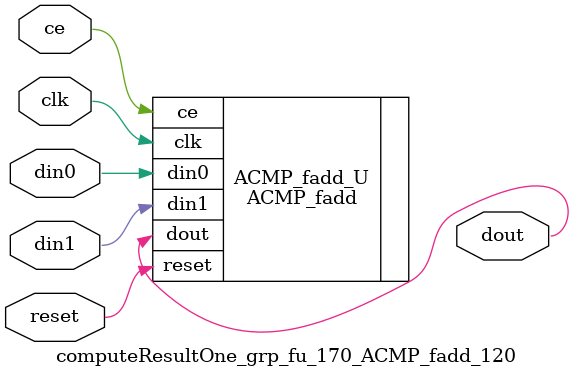
<source format=v>

`timescale 1 ns / 1 ps
module computeResultOne_grp_fu_170_ACMP_fadd_120(
    clk,
    reset,
    ce,
    din0,
    din1,
    dout);

parameter ID = 32'd1;
parameter NUM_STAGE = 32'd1;
parameter din0_WIDTH = 32'd1;
parameter din1_WIDTH = 32'd1;
parameter dout_WIDTH = 32'd1;
input clk;
input reset;
input ce;
input[din0_WIDTH - 1:0] din0;
input[din1_WIDTH - 1:0] din1;
output[dout_WIDTH - 1:0] dout;



ACMP_fadd #(
.ID( ID ),
.NUM_STAGE( 4 ),
.din0_WIDTH( din0_WIDTH ),
.din1_WIDTH( din1_WIDTH ),
.dout_WIDTH( dout_WIDTH ))
ACMP_fadd_U(
    .clk( clk ),
    .reset( reset ),
    .ce( ce ),
    .din0( din0 ),
    .din1( din1 ),
    .dout( dout ));

endmodule

</source>
